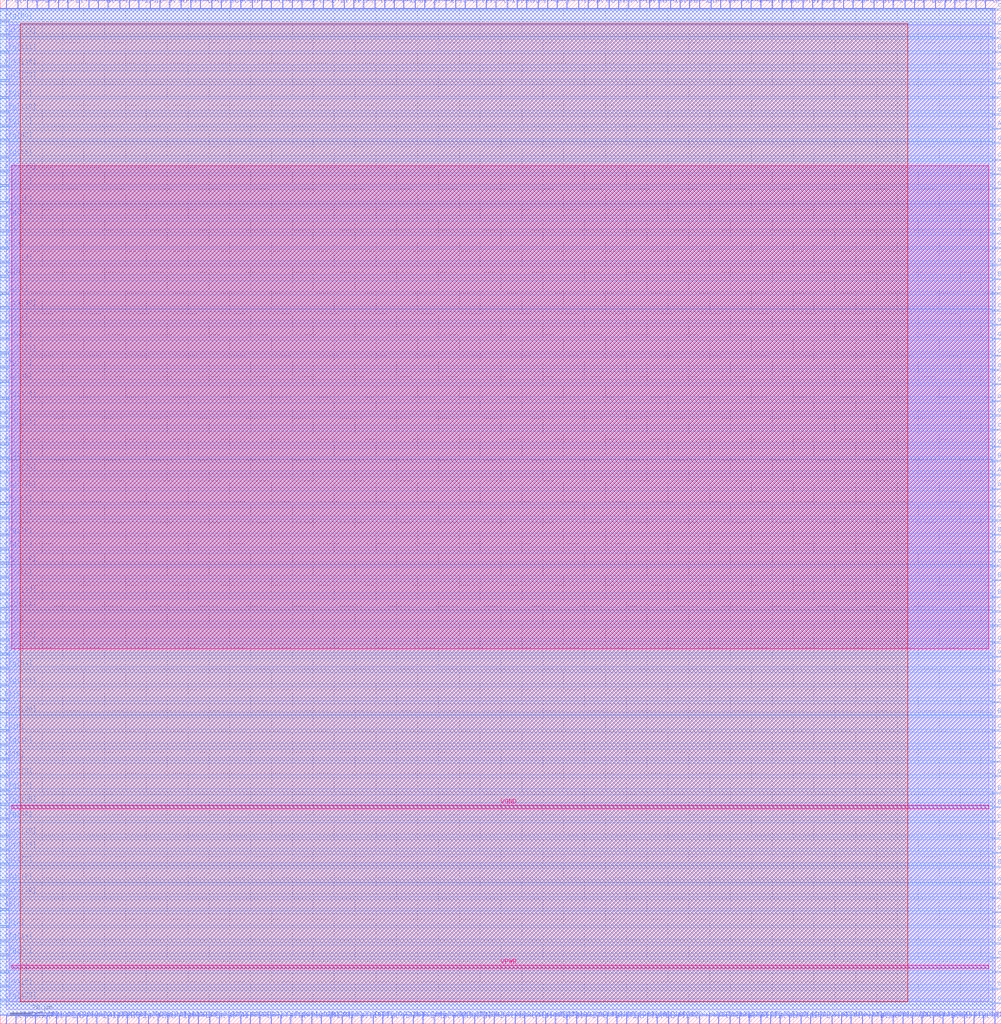
<source format=lef>
VERSION 5.7 ;
  NOWIREEXTENSIONATPIN ON ;
  DIVIDERCHAR "/" ;
  BUSBITCHARS "[]" ;
MACRO mac_cluster
  CLASS BLOCK ;
  FOREIGN mac_cluster ;
  ORIGIN 0.000 0.000 ;
  SIZE 479.755 BY 490.475 ;
  PIN A0[0]
    DIRECTION INPUT ;
    PORT
      LAYER met2 ;
        RECT 242.050 0.000 242.330 4.000 ;
    END
  END A0[0]
  PIN A0[1]
    DIRECTION INPUT ;
    PORT
      LAYER met2 ;
        RECT 179.490 486.475 179.770 490.475 ;
    END
  END A0[1]
  PIN A0[2]
    DIRECTION INPUT ;
    PORT
      LAYER met2 ;
        RECT 364.410 0.000 364.690 4.000 ;
    END
  END A0[2]
  PIN A0[3]
    DIRECTION INPUT ;
    PORT
      LAYER met3 ;
        RECT 475.755 262.520 479.755 263.120 ;
    END
  END A0[3]
  PIN A0[4]
    DIRECTION INPUT ;
    PORT
      LAYER met2 ;
        RECT 461.930 0.000 462.210 4.000 ;
    END
  END A0[4]
  PIN A0[5]
    DIRECTION INPUT ;
    PORT
      LAYER met2 ;
        RECT 403.970 486.475 404.250 490.475 ;
    END
  END A0[5]
  PIN A0[6]
    DIRECTION INPUT ;
    PORT
      LAYER met2 ;
        RECT 193.290 486.475 193.570 490.475 ;
    END
  END A0[6]
  PIN A0[7]
    DIRECTION INPUT ;
    PORT
      LAYER met2 ;
        RECT 178.570 0.000 178.850 4.000 ;
    END
  END A0[7]
  PIN A1[0]
    DIRECTION INPUT ;
    PORT
      LAYER met2 ;
        RECT 169.370 486.475 169.650 490.475 ;
    END
  END A1[0]
  PIN A1[1]
    DIRECTION INPUT ;
    PORT
      LAYER met3 ;
        RECT 475.755 450.200 479.755 450.800 ;
    END
  END A1[1]
  PIN A1[2]
    DIRECTION INPUT ;
    PORT
      LAYER met2 ;
        RECT 252.170 486.475 252.450 490.475 ;
    END
  END A1[2]
  PIN A1[3]
    DIRECTION INPUT ;
    PORT
      LAYER met2 ;
        RECT 277.010 486.475 277.290 490.475 ;
    END
  END A1[3]
  PIN A1[4]
    DIRECTION INPUT ;
    PORT
      LAYER met2 ;
        RECT 60.810 0.000 61.090 4.000 ;
    END
  END A1[4]
  PIN A1[5]
    DIRECTION INPUT ;
    PORT
      LAYER met2 ;
        RECT 17.570 486.475 17.850 490.475 ;
    END
  END A1[5]
  PIN A1[6]
    DIRECTION INPUT ;
    PORT
      LAYER met2 ;
        RECT 163.850 0.000 164.130 4.000 ;
    END
  END A1[6]
  PIN A1[7]
    DIRECTION INPUT ;
    PORT
      LAYER met2 ;
        RECT 262.290 486.475 262.570 490.475 ;
    END
  END A1[7]
  PIN A2[0]
    DIRECTION INPUT ;
    PORT
      LAYER met2 ;
        RECT 433.410 486.475 433.690 490.475 ;
    END
  END A2[0]
  PIN A2[1]
    DIRECTION INPUT ;
    PORT
      LAYER met2 ;
        RECT 231.930 0.000 232.210 4.000 ;
    END
  END A2[1]
  PIN A2[2]
    DIRECTION INPUT ;
    PORT
      LAYER met2 ;
        RECT 94.850 0.000 95.130 4.000 ;
    END
  END A2[2]
  PIN A2[3]
    DIRECTION INPUT ;
    PORT
      LAYER met2 ;
        RECT 124.290 0.000 124.570 4.000 ;
    END
  END A2[3]
  PIN A2[4]
    DIRECTION INPUT ;
    PORT
      LAYER met3 ;
        RECT 0.000 379.480 4.000 380.080 ;
    END
  END A2[4]
  PIN A2[5]
    DIRECTION INPUT ;
    PORT
      LAYER met2 ;
        RECT 193.290 0.000 193.570 4.000 ;
    END
  END A2[5]
  PIN A2[6]
    DIRECTION INPUT ;
    PORT
      LAYER met3 ;
        RECT 0.000 140.120 4.000 140.720 ;
    END
  END A2[6]
  PIN A2[7]
    DIRECTION INPUT ;
    PORT
      LAYER met3 ;
        RECT 475.755 428.440 479.755 429.040 ;
    END
  END A2[7]
  PIN A3[0]
    DIRECTION INPUT ;
    PORT
      LAYER met2 ;
        RECT 228.250 486.475 228.530 490.475 ;
    END
  END A3[0]
  PIN A3[1]
    DIRECTION INPUT ;
    PORT
      LAYER met3 ;
        RECT 0.000 54.440 4.000 55.040 ;
    END
  END A3[1]
  PIN A3[2]
    DIRECTION INPUT ;
    PORT
      LAYER met2 ;
        RECT 448.130 486.475 448.410 490.475 ;
    END
  END A3[2]
  PIN A3[3]
    DIRECTION INPUT ;
    PORT
      LAYER met2 ;
        RECT 198.810 486.475 199.090 490.475 ;
    END
  END A3[3]
  PIN A3[4]
    DIRECTION INPUT ;
    PORT
      LAYER met2 ;
        RECT 403.050 0.000 403.330 4.000 ;
    END
  END A3[4]
  PIN A3[5]
    DIRECTION INPUT ;
    PORT
      LAYER met3 ;
        RECT 0.000 357.720 4.000 358.320 ;
    END
  END A3[5]
  PIN A3[6]
    DIRECTION INPUT ;
    PORT
      LAYER met3 ;
        RECT 0.000 126.520 4.000 127.120 ;
    END
  END A3[6]
  PIN A3[7]
    DIRECTION INPUT ;
    PORT
      LAYER met2 ;
        RECT 66.330 486.475 66.610 490.475 ;
    END
  END A3[7]
  PIN B0[0]
    DIRECTION INPUT ;
    PORT
      LAYER met2 ;
        RECT 324.850 0.000 325.130 4.000 ;
    END
  END B0[0]
  PIN B0[1]
    DIRECTION INPUT ;
    PORT
      LAYER met2 ;
        RECT 129.810 0.000 130.090 4.000 ;
    END
  END B0[1]
  PIN B0[2]
    DIRECTION INPUT ;
    PORT
      LAYER met3 ;
        RECT 0.000 191.800 4.000 192.400 ;
    END
  END B0[2]
  PIN B0[3]
    DIRECTION INPUT ;
    PORT
      LAYER met3 ;
        RECT 0.000 371.320 4.000 371.920 ;
    END
  END B0[3]
  PIN B0[4]
    DIRECTION INPUT ;
    PORT
      LAYER met3 ;
        RECT 475.755 212.200 479.755 212.800 ;
    END
  END B0[4]
  PIN B0[5]
    DIRECTION INPUT ;
    PORT
      LAYER met2 ;
        RECT 218.130 486.475 218.410 490.475 ;
    END
  END B0[5]
  PIN B0[6]
    DIRECTION INPUT ;
    PORT
      LAYER met2 ;
        RECT 71.850 486.475 72.130 490.475 ;
    END
  END B0[6]
  PIN B0[7]
    DIRECTION INPUT ;
    PORT
      LAYER met3 ;
        RECT 0.000 277.480 4.000 278.080 ;
    END
  END B0[7]
  PIN B1[0]
    DIRECTION INPUT ;
    PORT
      LAYER met2 ;
        RECT 139.930 486.475 140.210 490.475 ;
    END
  END B1[0]
  PIN B1[1]
    DIRECTION INPUT ;
    PORT
      LAYER met3 ;
        RECT 475.755 356.360 479.755 356.960 ;
    END
  END B1[1]
  PIN B1[2]
    DIRECTION INPUT ;
    PORT
      LAYER met3 ;
        RECT 475.755 146.920 479.755 147.520 ;
    END
  END B1[2]
  PIN B1[3]
    DIRECTION INPUT ;
    PORT
      LAYER met2 ;
        RECT 158.330 0.000 158.610 4.000 ;
    END
  END B1[3]
  PIN B1[4]
    DIRECTION INPUT ;
    PORT
      LAYER met2 ;
        RECT 359.810 486.475 360.090 490.475 ;
    END
  END B1[4]
  PIN B1[5]
    DIRECTION INPUT ;
    PORT
      LAYER met3 ;
        RECT 0.000 155.080 4.000 155.680 ;
    END
  END B1[5]
  PIN B1[6]
    DIRECTION INPUT ;
    PORT
      LAYER met2 ;
        RECT 150.050 486.475 150.330 490.475 ;
    END
  END B1[6]
  PIN B1[7]
    DIRECTION INPUT ;
    PORT
      LAYER met3 ;
        RECT 475.755 233.960 479.755 234.560 ;
    END
  END B1[7]
  PIN B2[0]
    DIRECTION INPUT ;
    PORT
      LAYER met2 ;
        RECT 119.690 0.000 119.970 4.000 ;
    END
  END B2[0]
  PIN B2[1]
    DIRECTION INPUT ;
    PORT
      LAYER met2 ;
        RECT 388.330 0.000 388.610 4.000 ;
    END
  END B2[1]
  PIN B2[2]
    DIRECTION INPUT ;
    PORT
      LAYER met3 ;
        RECT 0.000 292.440 4.000 293.040 ;
    END
  END B2[2]
  PIN B2[3]
    DIRECTION INPUT ;
    PORT
      LAYER met3 ;
        RECT 475.755 110.200 479.755 110.800 ;
    END
  END B2[3]
  PIN B2[4]
    DIRECTION INPUT ;
    PORT
      LAYER met2 ;
        RECT 154.650 486.475 154.930 490.475 ;
    END
  END B2[4]
  PIN B2[5]
    DIRECTION INPUT ;
    PORT
      LAYER met2 ;
        RECT 23.090 486.475 23.370 490.475 ;
    END
  END B2[5]
  PIN B2[6]
    DIRECTION INPUT ;
    PORT
      LAYER met2 ;
        RECT 202.490 0.000 202.770 4.000 ;
    END
  END B2[6]
  PIN B2[7]
    DIRECTION INPUT ;
    PORT
      LAYER met3 ;
        RECT 475.755 269.320 479.755 269.920 ;
    END
  END B2[7]
  PIN B3[0]
    DIRECTION INPUT ;
    PORT
      LAYER met3 ;
        RECT 475.755 74.840 479.755 75.440 ;
    END
  END B3[0]
  PIN B3[1]
    DIRECTION INPUT ;
    PORT
      LAYER met3 ;
        RECT 0.000 176.840 4.000 177.440 ;
    END
  END B3[1]
  PIN B3[2]
    DIRECTION INPUT ;
    PORT
      LAYER met3 ;
        RECT 0.000 46.280 4.000 46.880 ;
    END
  END B3[2]
  PIN B3[3]
    DIRECTION INPUT ;
    PORT
      LAYER met3 ;
        RECT 475.755 465.160 479.755 465.760 ;
    END
  END B3[3]
  PIN B3[4]
    DIRECTION INPUT ;
    PORT
      LAYER met3 ;
        RECT 475.755 204.040 479.755 204.640 ;
    END
  END B3[4]
  PIN B3[5]
    DIRECTION INPUT ;
    PORT
      LAYER met2 ;
        RECT 27.690 486.475 27.970 490.475 ;
    END
  END B3[5]
  PIN B3[6]
    DIRECTION INPUT ;
    PORT
      LAYER met2 ;
        RECT 476.650 0.000 476.930 4.000 ;
    END
  END B3[6]
  PIN B3[7]
    DIRECTION INPUT ;
    PORT
      LAYER met3 ;
        RECT 475.755 103.400 479.755 104.000 ;
    END
  END B3[7]
  PIN cfg[0]
    DIRECTION INPUT ;
    PORT
      LAYER met2 ;
        RECT 247.570 486.475 247.850 490.475 ;
    END
  END cfg[0]
  PIN cfg[100]
    DIRECTION INPUT ;
    PORT
      LAYER met2 ;
        RECT 134.410 0.000 134.690 4.000 ;
    END
  END cfg[100]
  PIN cfg[101]
    DIRECTION INPUT ;
    PORT
      LAYER met2 ;
        RECT 466.530 0.000 466.810 4.000 ;
    END
  END cfg[101]
  PIN cfg[102]
    DIRECTION INPUT ;
    PORT
      LAYER met2 ;
        RECT 256.770 0.000 257.050 4.000 ;
    END
  END cfg[102]
  PIN cfg[103]
    DIRECTION INPUT ;
    PORT
      LAYER met2 ;
        RECT 47.010 486.475 47.290 490.475 ;
    END
  END cfg[103]
  PIN cfg[104]
    DIRECTION INPUT ;
    PORT
      LAYER met3 ;
        RECT 0.000 299.240 4.000 299.840 ;
    END
  END cfg[104]
  PIN cfg[105]
    DIRECTION INPUT ;
    PORT
      LAYER met3 ;
        RECT 0.000 104.760 4.000 105.360 ;
    END
  END cfg[105]
  PIN cfg[106]
    DIRECTION INPUT ;
    PORT
      LAYER met3 ;
        RECT 475.755 413.480 479.755 414.080 ;
    END
  END cfg[106]
  PIN cfg[107]
    DIRECTION INPUT ;
    PORT
      LAYER met3 ;
        RECT 0.000 161.880 4.000 162.480 ;
    END
  END cfg[107]
  PIN cfg[108]
    DIRECTION INPUT ;
    PORT
      LAYER met2 ;
        RECT 417.770 0.000 418.050 4.000 ;
    END
  END cfg[108]
  PIN cfg[109]
    DIRECTION INPUT ;
    PORT
      LAYER met2 ;
        RECT 105.890 486.475 106.170 490.475 ;
    END
  END cfg[109]
  PIN cfg[10]
    DIRECTION INPUT ;
    PORT
      LAYER met2 ;
        RECT 173.050 0.000 173.330 4.000 ;
    END
  END cfg[10]
  PIN cfg[110]
    DIRECTION INPUT ;
    PORT
      LAYER met3 ;
        RECT 0.000 436.600 4.000 437.200 ;
    END
  END cfg[110]
  PIN cfg[111]
    DIRECTION INPUT ;
    PORT
      LAYER met3 ;
        RECT 0.000 465.160 4.000 465.760 ;
    END
  END cfg[111]
  PIN cfg[112]
    DIRECTION INPUT ;
    PORT
      LAYER met2 ;
        RECT 217.210 0.000 217.490 4.000 ;
    END
  END cfg[112]
  PIN cfg[113]
    DIRECTION INPUT ;
    PORT
      LAYER met3 ;
        RECT 475.755 197.240 479.755 197.840 ;
    END
  END cfg[113]
  PIN cfg[114]
    DIRECTION INPUT ;
    PORT
      LAYER met3 ;
        RECT 475.755 240.760 479.755 241.360 ;
    END
  END cfg[114]
  PIN cfg[115]
    DIRECTION INPUT ;
    PORT
      LAYER met2 ;
        RECT 86.570 486.475 86.850 490.475 ;
    END
  END cfg[115]
  PIN cfg[116]
    DIRECTION INPUT ;
    PORT
      LAYER met3 ;
        RECT 0.000 255.720 4.000 256.320 ;
    END
  END cfg[116]
  PIN cfg[117]
    DIRECTION INPUT ;
    PORT
      LAYER met2 ;
        RECT 413.170 486.475 413.450 490.475 ;
    END
  END cfg[117]
  PIN cfg[118]
    DIRECTION INPUT ;
    PORT
      LAYER met2 ;
        RECT 12.050 0.000 12.330 4.000 ;
    END
  END cfg[118]
  PIN cfg[119]
    DIRECTION INPUT ;
    PORT
      LAYER met2 ;
        RECT 85.650 0.000 85.930 4.000 ;
    END
  END cfg[119]
  PIN cfg[11]
    DIRECTION INPUT ;
    PORT
      LAYER met3 ;
        RECT 0.000 314.200 4.000 314.800 ;
    END
  END cfg[11]
  PIN cfg[120]
    DIRECTION INPUT ;
    PORT
      LAYER met2 ;
        RECT 115.090 486.475 115.370 490.475 ;
    END
  END cfg[120]
  PIN cfg[121]
    DIRECTION INPUT ;
    PORT
      LAYER met3 ;
        RECT 475.755 24.520 479.755 25.120 ;
    END
  END cfg[121]
  PIN cfg[122]
    DIRECTION INPUT ;
    PORT
      LAYER met2 ;
        RECT 100.370 0.000 100.650 4.000 ;
    END
  END cfg[122]
  PIN cfg[123]
    DIRECTION INPUT ;
    PORT
      LAYER met2 ;
        RECT 208.010 0.000 208.290 4.000 ;
    END
  END cfg[123]
  PIN cfg[124]
    DIRECTION INPUT ;
    PORT
      LAYER met3 ;
        RECT 475.755 349.560 479.755 350.160 ;
    END
  END cfg[124]
  PIN cfg[125]
    DIRECTION INPUT ;
    PORT
      LAYER met2 ;
        RECT 32.290 486.475 32.570 490.475 ;
    END
  END cfg[125]
  PIN cfg[126]
    DIRECTION INPUT ;
    PORT
      LAYER met3 ;
        RECT 475.755 247.560 479.755 248.160 ;
    END
  END cfg[126]
  PIN cfg[127]
    DIRECTION INPUT ;
    PORT
      LAYER met2 ;
        RECT 168.450 0.000 168.730 4.000 ;
    END
  END cfg[127]
  PIN cfg[128]
    DIRECTION INPUT ;
    PORT
      LAYER met3 ;
        RECT 0.000 10.920 4.000 11.520 ;
    END
  END cfg[128]
  PIN cfg[129]
    DIRECTION INPUT ;
    PORT
      LAYER met2 ;
        RECT 187.770 0.000 188.050 4.000 ;
    END
  END cfg[129]
  PIN cfg[12]
    DIRECTION INPUT ;
    PORT
      LAYER met3 ;
        RECT 0.000 68.040 4.000 68.640 ;
    END
  END cfg[12]
  PIN cfg[130]
    DIRECTION INPUT ;
    PORT
      LAYER met3 ;
        RECT 0.000 220.360 4.000 220.960 ;
    END
  END cfg[130]
  PIN cfg[131]
    DIRECTION INPUT ;
    PORT
      LAYER met2 ;
        RECT 334.970 486.475 335.250 490.475 ;
    END
  END cfg[131]
  PIN cfg[13]
    DIRECTION INPUT ;
    PORT
      LAYER met2 ;
        RECT 311.050 486.475 311.330 490.475 ;
    END
  END cfg[13]
  PIN cfg[14]
    DIRECTION INPUT ;
    PORT
      LAYER met3 ;
        RECT 0.000 39.480 4.000 40.080 ;
    END
  END cfg[14]
  PIN cfg[15]
    DIRECTION INPUT ;
    PORT
      LAYER met3 ;
        RECT 0.000 429.800 4.000 430.400 ;
    END
  END cfg[15]
  PIN cfg[16]
    DIRECTION INPUT ;
    PORT
      LAYER met3 ;
        RECT 0.000 133.320 4.000 133.920 ;
    END
  END cfg[16]
  PIN cfg[17]
    DIRECTION INPUT ;
    PORT
      LAYER met2 ;
        RECT 281.610 486.475 281.890 490.475 ;
    END
  END cfg[17]
  PIN cfg[18]
    DIRECTION INPUT ;
    PORT
      LAYER met3 ;
        RECT 475.755 341.400 479.755 342.000 ;
    END
  END cfg[18]
  PIN cfg[19]
    DIRECTION INPUT ;
    PORT
      LAYER met3 ;
        RECT 0.000 233.960 4.000 234.560 ;
    END
  END cfg[19]
  PIN cfg[1]
    DIRECTION INPUT ;
    PORT
      LAYER met3 ;
        RECT 0.000 349.560 4.000 350.160 ;
    END
  END cfg[1]
  PIN cfg[20]
    DIRECTION INPUT ;
    PORT
      LAYER met2 ;
        RECT 203.410 486.475 203.690 490.475 ;
    END
  END cfg[20]
  PIN cfg[21]
    DIRECTION INPUT ;
    PORT
      LAYER met3 ;
        RECT 475.755 88.440 479.755 89.040 ;
    END
  END cfg[21]
  PIN cfg[22]
    DIRECTION INPUT ;
    PORT
      LAYER met3 ;
        RECT 475.755 168.680 479.755 169.280 ;
    END
  END cfg[22]
  PIN cfg[23]
    DIRECTION INPUT ;
    PORT
      LAYER met2 ;
        RECT 221.810 0.000 222.090 4.000 ;
    END
  END cfg[23]
  PIN cfg[24]
    DIRECTION INPUT ;
    PORT
      LAYER met3 ;
        RECT 475.755 16.360 479.755 16.960 ;
    END
  END cfg[24]
  PIN cfg[25]
    DIRECTION INPUT ;
    PORT
      LAYER met2 ;
        RECT 471.130 0.000 471.410 4.000 ;
    END
  END cfg[25]
  PIN cfg[26]
    DIRECTION INPUT ;
    PORT
      LAYER met2 ;
        RECT 422.370 0.000 422.650 4.000 ;
    END
  END cfg[26]
  PIN cfg[27]
    DIRECTION INPUT ;
    PORT
      LAYER met2 ;
        RECT 325.770 486.475 326.050 490.475 ;
    END
  END cfg[27]
  PIN cfg[28]
    DIRECTION INPUT ;
    PORT
      LAYER met2 ;
        RECT 418.690 486.475 418.970 490.475 ;
    END
  END cfg[28]
  PIN cfg[29]
    DIRECTION INPUT ;
    PORT
      LAYER met2 ;
        RECT 7.450 0.000 7.730 4.000 ;
    END
  END cfg[29]
  PIN cfg[2]
    DIRECTION INPUT ;
    PORT
      LAYER met3 ;
        RECT 0.000 24.520 4.000 25.120 ;
    END
  END cfg[2]
  PIN cfg[30]
    DIRECTION INPUT ;
    PORT
      LAYER met2 ;
        RECT 373.610 0.000 373.890 4.000 ;
    END
  END cfg[30]
  PIN cfg[31]
    DIRECTION INPUT ;
    PORT
      LAYER met3 ;
        RECT 475.755 306.040 479.755 306.640 ;
    END
  END cfg[31]
  PIN cfg[32]
    DIRECTION INPUT ;
    PORT
      LAYER met2 ;
        RECT 452.730 486.475 453.010 490.475 ;
    END
  END cfg[32]
  PIN cfg[33]
    DIRECTION INPUT ;
    PORT
      LAYER met2 ;
        RECT 242.970 486.475 243.250 490.475 ;
    END
  END cfg[33]
  PIN cfg[34]
    DIRECTION INPUT ;
    PORT
      LAYER met3 ;
        RECT 0.000 97.960 4.000 98.560 ;
    END
  END cfg[34]
  PIN cfg[35]
    DIRECTION INPUT ;
    PORT
      LAYER met2 ;
        RECT 354.290 0.000 354.570 4.000 ;
    END
  END cfg[35]
  PIN cfg[36]
    DIRECTION INPUT ;
    PORT
      LAYER met2 ;
        RECT 314.730 0.000 315.010 4.000 ;
    END
  END cfg[36]
  PIN cfg[37]
    DIRECTION INPUT ;
    PORT
      LAYER met2 ;
        RECT 16.650 0.000 16.930 4.000 ;
    END
  END cfg[37]
  PIN cfg[38]
    DIRECTION INPUT ;
    PORT
      LAYER met3 ;
        RECT 475.755 53.080 479.755 53.680 ;
    END
  END cfg[38]
  PIN cfg[39]
    DIRECTION INPUT ;
    PORT
      LAYER met3 ;
        RECT 475.755 371.320 479.755 371.920 ;
    END
  END cfg[39]
  PIN cfg[3]
    DIRECTION INPUT ;
    PORT
      LAYER met3 ;
        RECT 475.755 443.400 479.755 444.000 ;
    END
  END cfg[3]
  PIN cfg[40]
    DIRECTION INPUT ;
    PORT
      LAYER met2 ;
        RECT 456.410 0.000 456.690 4.000 ;
    END
  END cfg[40]
  PIN cfg[41]
    DIRECTION INPUT ;
    PORT
      LAYER met2 ;
        RECT 81.050 486.475 81.330 490.475 ;
    END
  END cfg[41]
  PIN cfg[42]
    DIRECTION INPUT ;
    PORT
      LAYER met2 ;
        RECT 139.010 0.000 139.290 4.000 ;
    END
  END cfg[42]
  PIN cfg[43]
    DIRECTION INPUT ;
    PORT
      LAYER met2 ;
        RECT 290.810 0.000 291.090 4.000 ;
    END
  END cfg[43]
  PIN cfg[44]
    DIRECTION INPUT ;
    PORT
      LAYER met3 ;
        RECT 475.755 125.160 479.755 125.760 ;
    END
  END cfg[44]
  PIN cfg[45]
    DIRECTION INPUT ;
    PORT
      LAYER met2 ;
        RECT 56.210 0.000 56.490 4.000 ;
    END
  END cfg[45]
  PIN cfg[46]
    DIRECTION INPUT ;
    PORT
      LAYER met3 ;
        RECT 475.755 391.720 479.755 392.320 ;
    END
  END cfg[46]
  PIN cfg[47]
    DIRECTION INPUT ;
    PORT
      LAYER met2 ;
        RECT 384.650 486.475 384.930 490.475 ;
    END
  END cfg[47]
  PIN cfg[48]
    DIRECTION INPUT ;
    PORT
      LAYER met3 ;
        RECT 0.000 307.400 4.000 308.000 ;
    END
  END cfg[48]
  PIN cfg[49]
    DIRECTION INPUT ;
    PORT
      LAYER met2 ;
        RECT 76.450 486.475 76.730 490.475 ;
    END
  END cfg[49]
  PIN cfg[4]
    DIRECTION INPUT ;
    PORT
      LAYER met2 ;
        RECT 164.770 486.475 165.050 490.475 ;
    END
  END cfg[4]
  PIN cfg[50]
    DIRECTION INPUT ;
    PORT
      LAYER met3 ;
        RECT 0.000 480.120 4.000 480.720 ;
    END
  END cfg[50]
  PIN cfg[51]
    DIRECTION INPUT ;
    PORT
      LAYER met2 ;
        RECT 442.610 486.475 442.890 490.475 ;
    END
  END cfg[51]
  PIN cfg[52]
    DIRECTION INPUT ;
    PORT
      LAYER met3 ;
        RECT 0.000 386.280 4.000 386.880 ;
    END
  END cfg[52]
  PIN cfg[53]
    DIRECTION INPUT ;
    PORT
      LAYER met2 ;
        RECT 369.010 0.000 369.290 4.000 ;
    END
  END cfg[53]
  PIN cfg[54]
    DIRECTION INPUT ;
    PORT
      LAYER met3 ;
        RECT 0.000 170.040 4.000 170.640 ;
    END
  END cfg[54]
  PIN cfg[55]
    DIRECTION INPUT ;
    PORT
      LAYER met2 ;
        RECT 227.330 0.000 227.610 4.000 ;
    END
  END cfg[55]
  PIN cfg[56]
    DIRECTION INPUT ;
    PORT
      LAYER met2 ;
        RECT 212.610 0.000 212.890 4.000 ;
    END
  END cfg[56]
  PIN cfg[57]
    DIRECTION INPUT ;
    PORT
      LAYER met2 ;
        RECT 383.730 0.000 384.010 4.000 ;
    END
  END cfg[57]
  PIN cfg[58]
    DIRECTION INPUT ;
    PORT
      LAYER met2 ;
        RECT 369.930 486.475 370.210 490.475 ;
    END
  END cfg[58]
  PIN cfg[59]
    DIRECTION INPUT ;
    PORT
      LAYER met2 ;
        RECT 66.330 0.000 66.610 4.000 ;
    END
  END cfg[59]
  PIN cfg[5]
    DIRECTION INPUT ;
    PORT
      LAYER met2 ;
        RECT 374.530 486.475 374.810 490.475 ;
    END
  END cfg[5]
  PIN cfg[60]
    DIRECTION INPUT ;
    PORT
      LAYER met3 ;
        RECT 475.755 471.960 479.755 472.560 ;
    END
  END cfg[60]
  PIN cfg[61]
    DIRECTION INPUT ;
    PORT
      LAYER met3 ;
        RECT 475.755 284.280 479.755 284.880 ;
    END
  END cfg[61]
  PIN cfg[62]
    DIRECTION INPUT ;
    PORT
      LAYER met2 ;
        RECT 286.210 486.475 286.490 490.475 ;
    END
  END cfg[62]
  PIN cfg[63]
    DIRECTION INPUT ;
    PORT
      LAYER met3 ;
        RECT 475.755 140.120 479.755 140.720 ;
    END
  END cfg[63]
  PIN cfg[64]
    DIRECTION INPUT ;
    PORT
      LAYER met2 ;
        RECT 75.530 0.000 75.810 4.000 ;
    END
  END cfg[64]
  PIN cfg[65]
    DIRECTION INPUT ;
    PORT
      LAYER met3 ;
        RECT 0.000 248.920 4.000 249.520 ;
    END
  END cfg[65]
  PIN cfg[66]
    DIRECTION INPUT ;
    PORT
      LAYER met2 ;
        RECT 101.290 486.475 101.570 490.475 ;
    END
  END cfg[66]
  PIN cfg[67]
    DIRECTION INPUT ;
    PORT
      LAYER met2 ;
        RECT 2.850 486.475 3.130 490.475 ;
    END
  END cfg[67]
  PIN cfg[68]
    DIRECTION INPUT ;
    PORT
      LAYER met2 ;
        RECT 451.810 0.000 452.090 4.000 ;
    END
  END cfg[68]
  PIN cfg[69]
    DIRECTION INPUT ;
    PORT
      LAYER met2 ;
        RECT 310.130 0.000 310.410 4.000 ;
    END
  END cfg[69]
  PIN cfg[6]
    DIRECTION INPUT ;
    PORT
      LAYER met2 ;
        RECT 291.730 486.475 292.010 490.475 ;
    END
  END cfg[6]
  PIN cfg[70]
    DIRECTION INPUT ;
    PORT
      LAYER met2 ;
        RECT 22.170 0.000 22.450 4.000 ;
    END
  END cfg[70]
  PIN cfg[71]
    DIRECTION INPUT ;
    PORT
      LAYER met3 ;
        RECT 475.755 153.720 479.755 154.320 ;
    END
  END cfg[71]
  PIN cfg[72]
    DIRECTION INPUT ;
    PORT
      LAYER met2 ;
        RECT 265.970 0.000 266.250 4.000 ;
    END
  END cfg[72]
  PIN cfg[73]
    DIRECTION INPUT ;
    PORT
      LAYER met3 ;
        RECT 0.000 227.160 4.000 227.760 ;
    END
  END cfg[73]
  PIN cfg[74]
    DIRECTION INPUT ;
    PORT
      LAYER met2 ;
        RECT 159.250 486.475 159.530 490.475 ;
    END
  END cfg[74]
  PIN cfg[75]
    DIRECTION INPUT ;
    PORT
      LAYER met2 ;
        RECT 300.010 0.000 300.290 4.000 ;
    END
  END cfg[75]
  PIN cfg[76]
    DIRECTION INPUT ;
    PORT
      LAYER met3 ;
        RECT 0.000 401.240 4.000 401.840 ;
    END
  END cfg[76]
  PIN cfg[77]
    DIRECTION INPUT ;
    PORT
      LAYER met2 ;
        RECT 183.170 0.000 183.450 4.000 ;
    END
  END cfg[77]
  PIN cfg[78]
    DIRECTION INPUT ;
    PORT
      LAYER met3 ;
        RECT 475.755 31.320 479.755 31.920 ;
    END
  END cfg[78]
  PIN cfg[79]
    DIRECTION INPUT ;
    PORT
      LAYER met2 ;
        RECT 389.250 486.475 389.530 490.475 ;
    END
  END cfg[79]
  PIN cfg[7]
    DIRECTION INPUT ;
    PORT
      LAYER met3 ;
        RECT 0.000 335.960 4.000 336.560 ;
    END
  END cfg[7]
  PIN cfg[80]
    DIRECTION INPUT ;
    PORT
      LAYER met3 ;
        RECT 0.000 443.400 4.000 444.000 ;
    END
  END cfg[80]
  PIN cfg[81]
    DIRECTION INPUT ;
    PORT
      LAYER met2 ;
        RECT 70.930 0.000 71.210 4.000 ;
    END
  END cfg[81]
  PIN cfg[82]
    DIRECTION INPUT ;
    PORT
      LAYER met2 ;
        RECT 31.370 0.000 31.650 4.000 ;
    END
  END cfg[82]
  PIN cfg[83]
    DIRECTION INPUT ;
    PORT
      LAYER met3 ;
        RECT 0.000 414.840 4.000 415.440 ;
    END
  END cfg[83]
  PIN cfg[84]
    DIRECTION INPUT ;
    PORT
      LAYER met3 ;
        RECT 475.755 485.560 479.755 486.160 ;
    END
  END cfg[84]
  PIN cfg[85]
    DIRECTION INPUT ;
    PORT
      LAYER met2 ;
        RECT 345.090 486.475 345.370 490.475 ;
    END
  END cfg[85]
  PIN cfg[86]
    DIRECTION INPUT ;
    PORT
      LAYER met2 ;
        RECT 306.450 486.475 306.730 490.475 ;
    END
  END cfg[86]
  PIN cfg[87]
    DIRECTION INPUT ;
    PORT
      LAYER met3 ;
        RECT 475.755 190.440 479.755 191.040 ;
    END
  END cfg[87]
  PIN cfg[88]
    DIRECTION INPUT ;
    PORT
      LAYER met2 ;
        RECT 321.170 486.475 321.450 490.475 ;
    END
  END cfg[88]
  PIN cfg[89]
    DIRECTION INPUT ;
    PORT
      LAYER met2 ;
        RECT 271.490 0.000 271.770 4.000 ;
    END
  END cfg[89]
  PIN cfg[8]
    DIRECTION INPUT ;
    PORT
      LAYER met3 ;
        RECT 475.755 319.640 479.755 320.240 ;
    END
  END cfg[8]
  PIN cfg[90]
    DIRECTION INPUT ;
    PORT
      LAYER met3 ;
        RECT 0.000 32.680 4.000 33.280 ;
    END
  END cfg[90]
  PIN cfg[91]
    DIRECTION INPUT ;
    PORT
      LAYER met2 ;
        RECT 2.850 0.000 3.130 4.000 ;
    END
  END cfg[91]
  PIN cfg[92]
    DIRECTION INPUT ;
    PORT
      LAYER met3 ;
        RECT 0.000 423.000 4.000 423.600 ;
    END
  END cfg[92]
  PIN cfg[93]
    DIRECTION INPUT ;
    PORT
      LAYER met2 ;
        RECT 104.970 0.000 105.250 4.000 ;
    END
  END cfg[93]
  PIN cfg[94]
    DIRECTION INPUT ;
    PORT
      LAYER met2 ;
        RECT 51.610 0.000 51.890 4.000 ;
    END
  END cfg[94]
  PIN cfg[95]
    DIRECTION INPUT ;
    PORT
      LAYER met2 ;
        RECT 110.490 486.475 110.770 490.475 ;
    END
  END cfg[95]
  PIN cfg[96]
    DIRECTION INPUT ;
    PORT
      LAYER met3 ;
        RECT 475.755 96.600 479.755 97.200 ;
    END
  END cfg[96]
  PIN cfg[97]
    DIRECTION INPUT ;
    PORT
      LAYER met3 ;
        RECT 0.000 111.560 4.000 112.160 ;
    END
  END cfg[97]
  PIN cfg[98]
    DIRECTION INPUT ;
    PORT
      LAYER met3 ;
        RECT 0.000 270.680 4.000 271.280 ;
    END
  END cfg[98]
  PIN cfg[99]
    DIRECTION INPUT ;
    PORT
      LAYER met3 ;
        RECT 0.000 242.120 4.000 242.720 ;
    END
  END cfg[99]
  PIN cfg[9]
    DIRECTION INPUT ;
    PORT
      LAYER met3 ;
        RECT 475.755 399.880 479.755 400.480 ;
    END
  END cfg[9]
  PIN clk
    DIRECTION INPUT ;
    PORT
      LAYER met2 ;
        RECT 457.330 486.475 457.610 490.475 ;
    END
  END clk
  PIN cset
    DIRECTION INPUT ;
    PORT
      LAYER met3 ;
        RECT 475.755 219.000 479.755 219.600 ;
    END
  END cset
  PIN en
    DIRECTION INPUT ;
    PORT
      LAYER met2 ;
        RECT 266.890 486.475 267.170 490.475 ;
    END
  END en
  PIN out0[0]
    DIRECTION OUTPUT TRISTATE ;
    PORT
      LAYER met2 ;
        RECT 36.890 0.000 37.170 4.000 ;
    END
  END out0[0]
  PIN out0[10]
    DIRECTION OUTPUT TRISTATE ;
    PORT
      LAYER met2 ;
        RECT 399.370 486.475 399.650 490.475 ;
    END
  END out0[10]
  PIN out0[11]
    DIRECTION OUTPUT TRISTATE ;
    PORT
      LAYER met3 ;
        RECT 475.755 255.720 479.755 256.320 ;
    END
  END out0[11]
  PIN out0[12]
    DIRECTION OUTPUT TRISTATE ;
    PORT
      LAYER met3 ;
        RECT 475.755 406.680 479.755 407.280 ;
    END
  END out0[12]
  PIN out0[13]
    DIRECTION OUTPUT TRISTATE ;
    PORT
      LAYER met3 ;
        RECT 475.755 291.080 479.755 291.680 ;
    END
  END out0[13]
  PIN out0[14]
    DIRECTION OUTPUT TRISTATE ;
    PORT
      LAYER met3 ;
        RECT 475.755 118.360 479.755 118.960 ;
    END
  END out0[14]
  PIN out0[15]
    DIRECTION OUTPUT TRISTATE ;
    PORT
      LAYER met2 ;
        RECT 173.970 486.475 174.250 490.475 ;
    END
  END out0[15]
  PIN out0[16]
    DIRECTION OUTPUT TRISTATE ;
    PORT
      LAYER met2 ;
        RECT 135.330 486.475 135.610 490.475 ;
    END
  END out0[16]
  PIN out0[17]
    DIRECTION OUTPUT TRISTATE ;
    PORT
      LAYER met2 ;
        RECT 120.610 486.475 120.890 490.475 ;
    END
  END out0[17]
  PIN out0[18]
    DIRECTION OUTPUT TRISTATE ;
    PORT
      LAYER met3 ;
        RECT 0.000 205.400 4.000 206.000 ;
    END
  END out0[18]
  PIN out0[19]
    DIRECTION OUTPUT TRISTATE ;
    PORT
      LAYER met2 ;
        RECT 398.450 0.000 398.730 4.000 ;
    END
  END out0[19]
  PIN out0[1]
    DIRECTION OUTPUT TRISTATE ;
    PORT
      LAYER met3 ;
        RECT 475.755 327.800 479.755 328.400 ;
    END
  END out0[1]
  PIN out0[20]
    DIRECTION OUTPUT TRISTATE ;
    PORT
      LAYER met3 ;
        RECT 0.000 183.640 4.000 184.240 ;
    END
  END out0[20]
  PIN out0[21]
    DIRECTION OUTPUT TRISTATE ;
    PORT
      LAYER met2 ;
        RECT 320.250 0.000 320.530 4.000 ;
    END
  END out0[21]
  PIN out0[22]
    DIRECTION OUTPUT TRISTATE ;
    PORT
      LAYER met2 ;
        RECT 407.650 0.000 407.930 4.000 ;
    END
  END out0[22]
  PIN out0[23]
    DIRECTION OUTPUT TRISTATE ;
    PORT
      LAYER met2 ;
        RECT 334.970 0.000 335.250 4.000 ;
    END
  END out0[23]
  PIN out0[24]
    DIRECTION OUTPUT TRISTATE ;
    PORT
      LAYER met2 ;
        RECT 213.530 486.475 213.810 490.475 ;
    END
  END out0[24]
  PIN out0[25]
    DIRECTION OUTPUT TRISTATE ;
    PORT
      LAYER met2 ;
        RECT 364.410 486.475 364.690 490.475 ;
    END
  END out0[25]
  PIN out0[26]
    DIRECTION OUTPUT TRISTATE ;
    PORT
      LAYER met3 ;
        RECT 475.755 384.920 479.755 385.520 ;
    END
  END out0[26]
  PIN out0[27]
    DIRECTION OUTPUT TRISTATE ;
    PORT
      LAYER met3 ;
        RECT 475.755 435.240 479.755 435.840 ;
    END
  END out0[27]
  PIN out0[28]
    DIRECTION OUTPUT TRISTATE ;
    PORT
      LAYER met2 ;
        RECT 51.610 486.475 51.890 490.475 ;
    END
  END out0[28]
  PIN out0[29]
    DIRECTION OUTPUT TRISTATE ;
    PORT
      LAYER met3 ;
        RECT 475.755 312.840 479.755 313.440 ;
    END
  END out0[29]
  PIN out0[2]
    DIRECTION OUTPUT TRISTATE ;
    PORT
      LAYER met2 ;
        RECT 438.010 486.475 438.290 490.475 ;
    END
  END out0[2]
  PIN out0[30]
    DIRECTION OUTPUT TRISTATE ;
    PORT
      LAYER met3 ;
        RECT 0.000 263.880 4.000 264.480 ;
    END
  END out0[30]
  PIN out0[31]
    DIRECTION OUTPUT TRISTATE ;
    PORT
      LAYER met3 ;
        RECT 0.000 198.600 4.000 199.200 ;
    END
  END out0[31]
  PIN out0[3]
    DIRECTION OUTPUT TRISTATE ;
    PORT
      LAYER met2 ;
        RECT 41.490 0.000 41.770 4.000 ;
    END
  END out0[3]
  PIN out0[4]
    DIRECTION OUTPUT TRISTATE ;
    PORT
      LAYER met3 ;
        RECT 475.755 38.120 479.755 38.720 ;
    END
  END out0[4]
  PIN out0[5]
    DIRECTION OUTPUT TRISTATE ;
    PORT
      LAYER met3 ;
        RECT 475.755 363.160 479.755 363.760 ;
    END
  END out0[5]
  PIN out0[6]
    DIRECTION OUTPUT TRISTATE ;
    PORT
      LAYER met2 ;
        RECT 330.370 486.475 330.650 490.475 ;
    END
  END out0[6]
  PIN out0[7]
    DIRECTION OUTPUT TRISTATE ;
    PORT
      LAYER met3 ;
        RECT 475.755 297.880 479.755 298.480 ;
    END
  END out0[7]
  PIN out0[8]
    DIRECTION OUTPUT TRISTATE ;
    PORT
      LAYER met3 ;
        RECT 0.000 364.520 4.000 365.120 ;
    END
  END out0[8]
  PIN out0[9]
    DIRECTION OUTPUT TRISTATE ;
    PORT
      LAYER met2 ;
        RECT 467.450 486.475 467.730 490.475 ;
    END
  END out0[9]
  PIN out1[0]
    DIRECTION OUTPUT TRISTATE ;
    PORT
      LAYER met2 ;
        RECT 315.650 486.475 315.930 490.475 ;
    END
  END out1[0]
  PIN out1[10]
    DIRECTION OUTPUT TRISTATE ;
    PORT
      LAYER met3 ;
        RECT 475.755 334.600 479.755 335.200 ;
    END
  END out1[10]
  PIN out1[11]
    DIRECTION OUTPUT TRISTATE ;
    PORT
      LAYER met3 ;
        RECT 475.755 421.640 479.755 422.240 ;
    END
  END out1[11]
  PIN out1[12]
    DIRECTION OUTPUT TRISTATE ;
    PORT
      LAYER met2 ;
        RECT 144.530 0.000 144.810 4.000 ;
    END
  END out1[12]
  PIN out1[13]
    DIRECTION OUTPUT TRISTATE ;
    PORT
      LAYER met2 ;
        RECT 344.170 0.000 344.450 4.000 ;
    END
  END out1[13]
  PIN out1[14]
    DIRECTION OUTPUT TRISTATE ;
    PORT
      LAYER met2 ;
        RECT 42.410 486.475 42.690 490.475 ;
    END
  END out1[14]
  PIN out1[15]
    DIRECTION OUTPUT TRISTATE ;
    PORT
      LAYER met2 ;
        RECT 296.330 486.475 296.610 490.475 ;
    END
  END out1[15]
  PIN out1[16]
    DIRECTION OUTPUT TRISTATE ;
    PORT
      LAYER met2 ;
        RECT 197.890 0.000 198.170 4.000 ;
    END
  END out1[16]
  PIN out1[17]
    DIRECTION OUTPUT TRISTATE ;
    PORT
      LAYER met3 ;
        RECT 475.755 182.280 479.755 182.880 ;
    END
  END out1[17]
  PIN out1[18]
    DIRECTION OUTPUT TRISTATE ;
    PORT
      LAYER met2 ;
        RECT 37.810 486.475 38.090 490.475 ;
    END
  END out1[18]
  PIN out1[19]
    DIRECTION OUTPUT TRISTATE ;
    PORT
      LAYER met2 ;
        RECT 153.730 0.000 154.010 4.000 ;
    END
  END out1[19]
  PIN out1[1]
    DIRECTION OUTPUT TRISTATE ;
    PORT
      LAYER met2 ;
        RECT 413.170 0.000 413.450 4.000 ;
    END
  END out1[1]
  PIN out1[20]
    DIRECTION OUTPUT TRISTATE ;
    PORT
      LAYER met3 ;
        RECT 475.755 457.000 479.755 457.600 ;
    END
  END out1[20]
  PIN out1[21]
    DIRECTION OUTPUT TRISTATE ;
    PORT
      LAYER met2 ;
        RECT 408.570 486.475 408.850 490.475 ;
    END
  END out1[21]
  PIN out1[22]
    DIRECTION OUTPUT TRISTATE ;
    PORT
      LAYER met2 ;
        RECT 109.570 0.000 109.850 4.000 ;
    END
  END out1[22]
  PIN out1[23]
    DIRECTION OUTPUT TRISTATE ;
    PORT
      LAYER met2 ;
        RECT 46.090 0.000 46.370 4.000 ;
    END
  END out1[23]
  PIN out1[24]
    DIRECTION OUTPUT TRISTATE ;
    PORT
      LAYER met2 ;
        RECT 125.210 486.475 125.490 490.475 ;
    END
  END out1[24]
  PIN out1[25]
    DIRECTION OUTPUT TRISTATE ;
    PORT
      LAYER met2 ;
        RECT 115.090 0.000 115.370 4.000 ;
    END
  END out1[25]
  PIN out1[26]
    DIRECTION OUTPUT TRISTATE ;
    PORT
      LAYER met2 ;
        RECT 276.090 0.000 276.370 4.000 ;
    END
  END out1[26]
  PIN out1[27]
    DIRECTION OUTPUT TRISTATE ;
    PORT
      LAYER met2 ;
        RECT 462.850 486.475 463.130 490.475 ;
    END
  END out1[27]
  PIN out1[28]
    DIRECTION OUTPUT TRISTATE ;
    PORT
      LAYER met3 ;
        RECT 475.755 161.880 479.755 162.480 ;
    END
  END out1[28]
  PIN out1[29]
    DIRECTION OUTPUT TRISTATE ;
    PORT
      LAYER met2 ;
        RECT 432.490 0.000 432.770 4.000 ;
    END
  END out1[29]
  PIN out1[2]
    DIRECTION OUTPUT TRISTATE ;
    PORT
      LAYER met3 ;
        RECT 0.000 76.200 4.000 76.800 ;
    END
  END out1[2]
  PIN out1[30]
    DIRECTION OUTPUT TRISTATE ;
    PORT
      LAYER met2 ;
        RECT 447.210 0.000 447.490 4.000 ;
    END
  END out1[30]
  PIN out1[31]
    DIRECTION OUTPUT TRISTATE ;
    PORT
      LAYER met2 ;
        RECT 12.970 486.475 13.250 490.475 ;
    END
  END out1[31]
  PIN out1[3]
    DIRECTION OUTPUT TRISTATE ;
    PORT
      LAYER met3 ;
        RECT 475.755 66.680 479.755 67.280 ;
    END
  END out1[3]
  PIN out1[4]
    DIRECTION OUTPUT TRISTATE ;
    PORT
      LAYER met2 ;
        RECT 251.250 0.000 251.530 4.000 ;
    END
  END out1[4]
  PIN out1[5]
    DIRECTION OUTPUT TRISTATE ;
    PORT
      LAYER met3 ;
        RECT 0.000 17.720 4.000 18.320 ;
    END
  END out1[5]
  PIN out1[6]
    DIRECTION OUTPUT TRISTATE ;
    PORT
      LAYER met3 ;
        RECT 0.000 213.560 4.000 214.160 ;
    END
  END out1[6]
  PIN out1[7]
    DIRECTION OUTPUT TRISTATE ;
    PORT
      LAYER met3 ;
        RECT 475.755 175.480 479.755 176.080 ;
    END
  END out1[7]
  PIN out1[8]
    DIRECTION OUTPUT TRISTATE ;
    PORT
      LAYER met2 ;
        RECT 208.010 486.475 208.290 490.475 ;
    END
  END out1[8]
  PIN out1[9]
    DIRECTION OUTPUT TRISTATE ;
    PORT
      LAYER met2 ;
        RECT 129.810 486.475 130.090 490.475 ;
    END
  END out1[9]
  PIN out2[0]
    DIRECTION OUTPUT TRISTATE ;
    PORT
      LAYER met3 ;
        RECT 0.000 327.800 4.000 328.400 ;
    END
  END out2[0]
  PIN out2[10]
    DIRECTION OUTPUT TRISTATE ;
    PORT
      LAYER met3 ;
        RECT 0.000 89.800 4.000 90.400 ;
    END
  END out2[10]
  PIN out2[11]
    DIRECTION OUTPUT TRISTATE ;
    PORT
      LAYER met2 ;
        RECT 95.770 486.475 96.050 490.475 ;
    END
  END out2[11]
  PIN out2[12]
    DIRECTION OUTPUT TRISTATE ;
    PORT
      LAYER met3 ;
        RECT 475.755 131.960 479.755 132.560 ;
    END
  END out2[12]
  PIN out2[13]
    DIRECTION OUTPUT TRISTATE ;
    PORT
      LAYER met3 ;
        RECT 0.000 83.000 4.000 83.600 ;
    END
  END out2[13]
  PIN out2[14]
    DIRECTION OUTPUT TRISTATE ;
    PORT
      LAYER met2 ;
        RECT 280.690 0.000 280.970 4.000 ;
    END
  END out2[14]
  PIN out2[15]
    DIRECTION OUTPUT TRISTATE ;
    PORT
      LAYER met2 ;
        RECT 237.450 486.475 237.730 490.475 ;
    END
  END out2[15]
  PIN out2[16]
    DIRECTION OUTPUT TRISTATE ;
    PORT
      LAYER met2 ;
        RECT 300.930 486.475 301.210 490.475 ;
    END
  END out2[16]
  PIN out2[17]
    DIRECTION OUTPUT TRISTATE ;
    PORT
      LAYER met2 ;
        RECT 427.890 0.000 428.170 4.000 ;
    END
  END out2[17]
  PIN out2[18]
    DIRECTION OUTPUT TRISTATE ;
    PORT
      LAYER met3 ;
        RECT 475.755 378.120 479.755 378.720 ;
    END
  END out2[18]
  PIN out2[19]
    DIRECTION OUTPUT TRISTATE ;
    PORT
      LAYER met2 ;
        RECT 80.130 0.000 80.410 4.000 ;
    END
  END out2[19]
  PIN out2[1]
    DIRECTION OUTPUT TRISTATE ;
    PORT
      LAYER met2 ;
        RECT 378.210 0.000 378.490 4.000 ;
    END
  END out2[1]
  PIN out2[20]
    DIRECTION OUTPUT TRISTATE ;
    PORT
      LAYER met2 ;
        RECT 144.530 486.475 144.810 490.475 ;
    END
  END out2[20]
  PIN out2[21]
    DIRECTION OUTPUT TRISTATE ;
    PORT
      LAYER met2 ;
        RECT 339.570 0.000 339.850 4.000 ;
    END
  END out2[21]
  PIN out2[22]
    DIRECTION OUTPUT TRISTATE ;
    PORT
      LAYER met3 ;
        RECT 475.755 478.760 479.755 479.360 ;
    END
  END out2[22]
  PIN out2[23]
    DIRECTION OUTPUT TRISTATE ;
    PORT
      LAYER met3 ;
        RECT 0.000 451.560 4.000 452.160 ;
    END
  END out2[23]
  PIN out2[24]
    DIRECTION OUTPUT TRISTATE ;
    PORT
      LAYER met3 ;
        RECT 475.755 225.800 479.755 226.400 ;
    END
  END out2[24]
  PIN out2[25]
    DIRECTION OUTPUT TRISTATE ;
    PORT
      LAYER met3 ;
        RECT 0.000 408.040 4.000 408.640 ;
    END
  END out2[25]
  PIN out2[26]
    DIRECTION OUTPUT TRISTATE ;
    PORT
      LAYER met3 ;
        RECT 475.755 46.280 479.755 46.880 ;
    END
  END out2[26]
  PIN out2[27]
    DIRECTION OUTPUT TRISTATE ;
    PORT
      LAYER met3 ;
        RECT 0.000 321.000 4.000 321.600 ;
    END
  END out2[27]
  PIN out2[28]
    DIRECTION OUTPUT TRISTATE ;
    PORT
      LAYER met2 ;
        RECT 427.890 486.475 428.170 490.475 ;
    END
  END out2[28]
  PIN out2[29]
    DIRECTION OUTPUT TRISTATE ;
    PORT
      LAYER met3 ;
        RECT 0.000 473.320 4.000 473.920 ;
    END
  END out2[29]
  PIN out2[2]
    DIRECTION OUTPUT TRISTATE ;
    PORT
      LAYER met2 ;
        RECT 232.850 486.475 233.130 490.475 ;
    END
  END out2[2]
  PIN out2[30]
    DIRECTION OUTPUT TRISTATE ;
    PORT
      LAYER met3 ;
        RECT 0.000 61.240 4.000 61.840 ;
    END
  END out2[30]
  PIN out2[31]
    DIRECTION OUTPUT TRISTATE ;
    PORT
      LAYER met3 ;
        RECT 0.000 285.640 4.000 286.240 ;
    END
  END out2[31]
  PIN out2[3]
    DIRECTION OUTPUT TRISTATE ;
    PORT
      LAYER met2 ;
        RECT 61.730 486.475 62.010 490.475 ;
    END
  END out2[3]
  PIN out2[4]
    DIRECTION OUTPUT TRISTATE ;
    PORT
      LAYER met2 ;
        RECT 379.130 486.475 379.410 490.475 ;
    END
  END out2[4]
  PIN out2[5]
    DIRECTION OUTPUT TRISTATE ;
    PORT
      LAYER met2 ;
        RECT 184.090 486.475 184.370 490.475 ;
    END
  END out2[5]
  PIN out2[6]
    DIRECTION OUTPUT TRISTATE ;
    PORT
      LAYER met2 ;
        RECT 149.130 0.000 149.410 4.000 ;
    END
  END out2[6]
  PIN out2[7]
    DIRECTION OUTPUT TRISTATE ;
    PORT
      LAYER met2 ;
        RECT 188.690 486.475 188.970 490.475 ;
    END
  END out2[7]
  PIN out2[8]
    DIRECTION OUTPUT TRISTATE ;
    PORT
      LAYER met3 ;
        RECT 0.000 118.360 4.000 118.960 ;
    END
  END out2[8]
  PIN out2[9]
    DIRECTION OUTPUT TRISTATE ;
    PORT
      LAYER met3 ;
        RECT 475.755 59.880 479.755 60.480 ;
    END
  END out2[9]
  PIN out3[0]
    DIRECTION OUTPUT TRISTATE ;
    PORT
      LAYER met2 ;
        RECT 236.530 0.000 236.810 4.000 ;
    END
  END out3[0]
  PIN out3[10]
    DIRECTION OUTPUT TRISTATE ;
    PORT
      LAYER met2 ;
        RECT 423.290 486.475 423.570 490.475 ;
    END
  END out3[10]
  PIN out3[11]
    DIRECTION OUTPUT TRISTATE ;
    PORT
      LAYER met2 ;
        RECT 271.490 486.475 271.770 490.475 ;
    END
  END out3[11]
  PIN out3[12]
    DIRECTION OUTPUT TRISTATE ;
    PORT
      LAYER met2 ;
        RECT 340.490 486.475 340.770 490.475 ;
    END
  END out3[12]
  PIN out3[13]
    DIRECTION OUTPUT TRISTATE ;
    PORT
      LAYER met2 ;
        RECT 441.690 0.000 441.970 4.000 ;
    END
  END out3[13]
  PIN out3[14]
    DIRECTION OUTPUT TRISTATE ;
    PORT
      LAYER met3 ;
        RECT 0.000 458.360 4.000 458.960 ;
    END
  END out3[14]
  PIN out3[15]
    DIRECTION OUTPUT TRISTATE ;
    PORT
      LAYER met3 ;
        RECT 475.755 276.120 479.755 276.720 ;
    END
  END out3[15]
  PIN out3[16]
    DIRECTION OUTPUT TRISTATE ;
    PORT
      LAYER met2 ;
        RECT 305.530 0.000 305.810 4.000 ;
    END
  END out3[16]
  PIN out3[17]
    DIRECTION OUTPUT TRISTATE ;
    PORT
      LAYER met2 ;
        RECT 349.690 0.000 349.970 4.000 ;
    END
  END out3[17]
  PIN out3[18]
    DIRECTION OUTPUT TRISTATE ;
    PORT
      LAYER met2 ;
        RECT 349.690 486.475 349.970 490.475 ;
    END
  END out3[18]
  PIN out3[19]
    DIRECTION OUTPUT TRISTATE ;
    PORT
      LAYER met2 ;
        RECT 91.170 486.475 91.450 490.475 ;
    END
  END out3[19]
  PIN out3[1]
    DIRECTION OUTPUT TRISTATE ;
    PORT
      LAYER met2 ;
        RECT 57.130 486.475 57.410 490.475 ;
    END
  END out3[1]
  PIN out3[20]
    DIRECTION OUTPUT TRISTATE ;
    PORT
      LAYER met2 ;
        RECT 246.650 0.000 246.930 4.000 ;
    END
  END out3[20]
  PIN out3[21]
    DIRECTION OUTPUT TRISTATE ;
    PORT
      LAYER met2 ;
        RECT 286.210 0.000 286.490 4.000 ;
    END
  END out3[21]
  PIN out3[22]
    DIRECTION OUTPUT TRISTATE ;
    PORT
      LAYER met2 ;
        RECT 261.370 0.000 261.650 4.000 ;
    END
  END out3[22]
  PIN out3[23]
    DIRECTION OUTPUT TRISTATE ;
    PORT
      LAYER met2 ;
        RECT 257.690 486.475 257.970 490.475 ;
    END
  END out3[23]
  PIN out3[24]
    DIRECTION OUTPUT TRISTATE ;
    PORT
      LAYER met3 ;
        RECT 0.000 148.280 4.000 148.880 ;
    END
  END out3[24]
  PIN out3[25]
    DIRECTION OUTPUT TRISTATE ;
    PORT
      LAYER met3 ;
        RECT 475.755 81.640 479.755 82.240 ;
    END
  END out3[25]
  PIN out3[26]
    DIRECTION OUTPUT TRISTATE ;
    PORT
      LAYER met2 ;
        RECT 437.090 0.000 437.370 4.000 ;
    END
  END out3[26]
  PIN out3[27]
    DIRECTION OUTPUT TRISTATE ;
    PORT
      LAYER met2 ;
        RECT 8.370 486.475 8.650 490.475 ;
    END
  END out3[27]
  PIN out3[28]
    DIRECTION OUTPUT TRISTATE ;
    PORT
      LAYER met2 ;
        RECT 355.210 486.475 355.490 490.475 ;
    END
  END out3[28]
  PIN out3[29]
    DIRECTION OUTPUT TRISTATE ;
    PORT
      LAYER met2 ;
        RECT 393.850 486.475 394.130 490.475 ;
    END
  END out3[29]
  PIN out3[2]
    DIRECTION OUTPUT TRISTATE ;
    PORT
      LAYER met2 ;
        RECT 358.890 0.000 359.170 4.000 ;
    END
  END out3[2]
  PIN out3[30]
    DIRECTION OUTPUT TRISTATE ;
    PORT
      LAYER met3 ;
        RECT 0.000 342.760 4.000 343.360 ;
    END
  END out3[30]
  PIN out3[31]
    DIRECTION OUTPUT TRISTATE ;
    PORT
      LAYER met2 ;
        RECT 90.250 0.000 90.530 4.000 ;
    END
  END out3[31]
  PIN out3[3]
    DIRECTION OUTPUT TRISTATE ;
    PORT
      LAYER met2 ;
        RECT 295.410 0.000 295.690 4.000 ;
    END
  END out3[3]
  PIN out3[4]
    DIRECTION OUTPUT TRISTATE ;
    PORT
      LAYER met2 ;
        RECT 26.770 0.000 27.050 4.000 ;
    END
  END out3[4]
  PIN out3[5]
    DIRECTION OUTPUT TRISTATE ;
    PORT
      LAYER met2 ;
        RECT 222.730 486.475 223.010 490.475 ;
    END
  END out3[5]
  PIN out3[6]
    DIRECTION OUTPUT TRISTATE ;
    PORT
      LAYER met2 ;
        RECT 392.930 0.000 393.210 4.000 ;
    END
  END out3[6]
  PIN out3[7]
    DIRECTION OUTPUT TRISTATE ;
    PORT
      LAYER met3 ;
        RECT 475.755 9.560 479.755 10.160 ;
    END
  END out3[7]
  PIN out3[8]
    DIRECTION OUTPUT TRISTATE ;
    PORT
      LAYER met3 ;
        RECT 0.000 393.080 4.000 393.680 ;
    END
  END out3[8]
  PIN out3[9]
    DIRECTION OUTPUT TRISTATE ;
    PORT
      LAYER met2 ;
        RECT 472.050 486.475 472.330 490.475 ;
    END
  END out3[9]
  PIN rst
    DIRECTION INPUT ;
    PORT
      LAYER met2 ;
        RECT 329.450 0.000 329.730 4.000 ;
    END
  END rst
  PIN VPWR
    DIRECTION INPUT ;
    USE POWER ;
    PORT
      LAYER met5 ;
        RECT 5.520 26.490 473.800 28.090 ;
    END
  END VPWR
  PIN VGND
    DIRECTION INPUT ;
    USE GROUND ;
    PORT
      LAYER met5 ;
        RECT 5.520 103.080 473.800 104.680 ;
    END
  END VGND
  OBS
      LAYER li1 ;
        RECT 4.285 10.795 473.800 478.805 ;
      LAYER met1 ;
        RECT 2.830 6.840 476.950 486.160 ;
      LAYER met2 ;
        RECT 0.090 486.195 2.570 486.475 ;
        RECT 3.410 486.195 8.090 486.475 ;
        RECT 8.930 486.195 12.690 486.475 ;
        RECT 13.530 486.195 17.290 486.475 ;
        RECT 18.130 486.195 22.810 486.475 ;
        RECT 23.650 486.195 27.410 486.475 ;
        RECT 28.250 486.195 32.010 486.475 ;
        RECT 32.850 486.195 37.530 486.475 ;
        RECT 38.370 486.195 42.130 486.475 ;
        RECT 42.970 486.195 46.730 486.475 ;
        RECT 47.570 486.195 51.330 486.475 ;
        RECT 52.170 486.195 56.850 486.475 ;
        RECT 57.690 486.195 61.450 486.475 ;
        RECT 62.290 486.195 66.050 486.475 ;
        RECT 66.890 486.195 71.570 486.475 ;
        RECT 72.410 486.195 76.170 486.475 ;
        RECT 77.010 486.195 80.770 486.475 ;
        RECT 81.610 486.195 86.290 486.475 ;
        RECT 87.130 486.195 90.890 486.475 ;
        RECT 91.730 486.195 95.490 486.475 ;
        RECT 96.330 486.195 101.010 486.475 ;
        RECT 101.850 486.195 105.610 486.475 ;
        RECT 106.450 486.195 110.210 486.475 ;
        RECT 111.050 486.195 114.810 486.475 ;
        RECT 115.650 486.195 120.330 486.475 ;
        RECT 121.170 486.195 124.930 486.475 ;
        RECT 125.770 486.195 129.530 486.475 ;
        RECT 130.370 486.195 135.050 486.475 ;
        RECT 135.890 486.195 139.650 486.475 ;
        RECT 140.490 486.195 144.250 486.475 ;
        RECT 145.090 486.195 149.770 486.475 ;
        RECT 150.610 486.195 154.370 486.475 ;
        RECT 155.210 486.195 158.970 486.475 ;
        RECT 159.810 486.195 164.490 486.475 ;
        RECT 165.330 486.195 169.090 486.475 ;
        RECT 169.930 486.195 173.690 486.475 ;
        RECT 174.530 486.195 179.210 486.475 ;
        RECT 180.050 486.195 183.810 486.475 ;
        RECT 184.650 486.195 188.410 486.475 ;
        RECT 189.250 486.195 193.010 486.475 ;
        RECT 193.850 486.195 198.530 486.475 ;
        RECT 199.370 486.195 203.130 486.475 ;
        RECT 203.970 486.195 207.730 486.475 ;
        RECT 208.570 486.195 213.250 486.475 ;
        RECT 214.090 486.195 217.850 486.475 ;
        RECT 218.690 486.195 222.450 486.475 ;
        RECT 223.290 486.195 227.970 486.475 ;
        RECT 228.810 486.195 232.570 486.475 ;
        RECT 233.410 486.195 237.170 486.475 ;
        RECT 238.010 486.195 242.690 486.475 ;
        RECT 243.530 486.195 247.290 486.475 ;
        RECT 248.130 486.195 251.890 486.475 ;
        RECT 252.730 486.195 257.410 486.475 ;
        RECT 258.250 486.195 262.010 486.475 ;
        RECT 262.850 486.195 266.610 486.475 ;
        RECT 267.450 486.195 271.210 486.475 ;
        RECT 272.050 486.195 276.730 486.475 ;
        RECT 277.570 486.195 281.330 486.475 ;
        RECT 282.170 486.195 285.930 486.475 ;
        RECT 286.770 486.195 291.450 486.475 ;
        RECT 292.290 486.195 296.050 486.475 ;
        RECT 296.890 486.195 300.650 486.475 ;
        RECT 301.490 486.195 306.170 486.475 ;
        RECT 307.010 486.195 310.770 486.475 ;
        RECT 311.610 486.195 315.370 486.475 ;
        RECT 316.210 486.195 320.890 486.475 ;
        RECT 321.730 486.195 325.490 486.475 ;
        RECT 326.330 486.195 330.090 486.475 ;
        RECT 330.930 486.195 334.690 486.475 ;
        RECT 335.530 486.195 340.210 486.475 ;
        RECT 341.050 486.195 344.810 486.475 ;
        RECT 345.650 486.195 349.410 486.475 ;
        RECT 350.250 486.195 354.930 486.475 ;
        RECT 355.770 486.195 359.530 486.475 ;
        RECT 360.370 486.195 364.130 486.475 ;
        RECT 364.970 486.195 369.650 486.475 ;
        RECT 370.490 486.195 374.250 486.475 ;
        RECT 375.090 486.195 378.850 486.475 ;
        RECT 379.690 486.195 384.370 486.475 ;
        RECT 385.210 486.195 388.970 486.475 ;
        RECT 389.810 486.195 393.570 486.475 ;
        RECT 394.410 486.195 399.090 486.475 ;
        RECT 399.930 486.195 403.690 486.475 ;
        RECT 404.530 486.195 408.290 486.475 ;
        RECT 409.130 486.195 412.890 486.475 ;
        RECT 413.730 486.195 418.410 486.475 ;
        RECT 419.250 486.195 423.010 486.475 ;
        RECT 423.850 486.195 427.610 486.475 ;
        RECT 428.450 486.195 433.130 486.475 ;
        RECT 433.970 486.195 437.730 486.475 ;
        RECT 438.570 486.195 442.330 486.475 ;
        RECT 443.170 486.195 447.850 486.475 ;
        RECT 448.690 486.195 452.450 486.475 ;
        RECT 453.290 486.195 457.050 486.475 ;
        RECT 457.890 486.195 462.570 486.475 ;
        RECT 463.410 486.195 467.170 486.475 ;
        RECT 468.010 486.195 471.770 486.475 ;
        RECT 472.610 486.195 476.920 486.475 ;
        RECT 0.090 4.280 476.920 486.195 ;
        RECT 0.090 4.000 2.570 4.280 ;
        RECT 3.410 4.000 7.170 4.280 ;
        RECT 8.010 4.000 11.770 4.280 ;
        RECT 12.610 4.000 16.370 4.280 ;
        RECT 17.210 4.000 21.890 4.280 ;
        RECT 22.730 4.000 26.490 4.280 ;
        RECT 27.330 4.000 31.090 4.280 ;
        RECT 31.930 4.000 36.610 4.280 ;
        RECT 37.450 4.000 41.210 4.280 ;
        RECT 42.050 4.000 45.810 4.280 ;
        RECT 46.650 4.000 51.330 4.280 ;
        RECT 52.170 4.000 55.930 4.280 ;
        RECT 56.770 4.000 60.530 4.280 ;
        RECT 61.370 4.000 66.050 4.280 ;
        RECT 66.890 4.000 70.650 4.280 ;
        RECT 71.490 4.000 75.250 4.280 ;
        RECT 76.090 4.000 79.850 4.280 ;
        RECT 80.690 4.000 85.370 4.280 ;
        RECT 86.210 4.000 89.970 4.280 ;
        RECT 90.810 4.000 94.570 4.280 ;
        RECT 95.410 4.000 100.090 4.280 ;
        RECT 100.930 4.000 104.690 4.280 ;
        RECT 105.530 4.000 109.290 4.280 ;
        RECT 110.130 4.000 114.810 4.280 ;
        RECT 115.650 4.000 119.410 4.280 ;
        RECT 120.250 4.000 124.010 4.280 ;
        RECT 124.850 4.000 129.530 4.280 ;
        RECT 130.370 4.000 134.130 4.280 ;
        RECT 134.970 4.000 138.730 4.280 ;
        RECT 139.570 4.000 144.250 4.280 ;
        RECT 145.090 4.000 148.850 4.280 ;
        RECT 149.690 4.000 153.450 4.280 ;
        RECT 154.290 4.000 158.050 4.280 ;
        RECT 158.890 4.000 163.570 4.280 ;
        RECT 164.410 4.000 168.170 4.280 ;
        RECT 169.010 4.000 172.770 4.280 ;
        RECT 173.610 4.000 178.290 4.280 ;
        RECT 179.130 4.000 182.890 4.280 ;
        RECT 183.730 4.000 187.490 4.280 ;
        RECT 188.330 4.000 193.010 4.280 ;
        RECT 193.850 4.000 197.610 4.280 ;
        RECT 198.450 4.000 202.210 4.280 ;
        RECT 203.050 4.000 207.730 4.280 ;
        RECT 208.570 4.000 212.330 4.280 ;
        RECT 213.170 4.000 216.930 4.280 ;
        RECT 217.770 4.000 221.530 4.280 ;
        RECT 222.370 4.000 227.050 4.280 ;
        RECT 227.890 4.000 231.650 4.280 ;
        RECT 232.490 4.000 236.250 4.280 ;
        RECT 237.090 4.000 241.770 4.280 ;
        RECT 242.610 4.000 246.370 4.280 ;
        RECT 247.210 4.000 250.970 4.280 ;
        RECT 251.810 4.000 256.490 4.280 ;
        RECT 257.330 4.000 261.090 4.280 ;
        RECT 261.930 4.000 265.690 4.280 ;
        RECT 266.530 4.000 271.210 4.280 ;
        RECT 272.050 4.000 275.810 4.280 ;
        RECT 276.650 4.000 280.410 4.280 ;
        RECT 281.250 4.000 285.930 4.280 ;
        RECT 286.770 4.000 290.530 4.280 ;
        RECT 291.370 4.000 295.130 4.280 ;
        RECT 295.970 4.000 299.730 4.280 ;
        RECT 300.570 4.000 305.250 4.280 ;
        RECT 306.090 4.000 309.850 4.280 ;
        RECT 310.690 4.000 314.450 4.280 ;
        RECT 315.290 4.000 319.970 4.280 ;
        RECT 320.810 4.000 324.570 4.280 ;
        RECT 325.410 4.000 329.170 4.280 ;
        RECT 330.010 4.000 334.690 4.280 ;
        RECT 335.530 4.000 339.290 4.280 ;
        RECT 340.130 4.000 343.890 4.280 ;
        RECT 344.730 4.000 349.410 4.280 ;
        RECT 350.250 4.000 354.010 4.280 ;
        RECT 354.850 4.000 358.610 4.280 ;
        RECT 359.450 4.000 364.130 4.280 ;
        RECT 364.970 4.000 368.730 4.280 ;
        RECT 369.570 4.000 373.330 4.280 ;
        RECT 374.170 4.000 377.930 4.280 ;
        RECT 378.770 4.000 383.450 4.280 ;
        RECT 384.290 4.000 388.050 4.280 ;
        RECT 388.890 4.000 392.650 4.280 ;
        RECT 393.490 4.000 398.170 4.280 ;
        RECT 399.010 4.000 402.770 4.280 ;
        RECT 403.610 4.000 407.370 4.280 ;
        RECT 408.210 4.000 412.890 4.280 ;
        RECT 413.730 4.000 417.490 4.280 ;
        RECT 418.330 4.000 422.090 4.280 ;
        RECT 422.930 4.000 427.610 4.280 ;
        RECT 428.450 4.000 432.210 4.280 ;
        RECT 433.050 4.000 436.810 4.280 ;
        RECT 437.650 4.000 441.410 4.280 ;
        RECT 442.250 4.000 446.930 4.280 ;
        RECT 447.770 4.000 451.530 4.280 ;
        RECT 452.370 4.000 456.130 4.280 ;
        RECT 456.970 4.000 461.650 4.280 ;
        RECT 462.490 4.000 466.250 4.280 ;
        RECT 467.090 4.000 470.850 4.280 ;
        RECT 471.690 4.000 476.370 4.280 ;
      LAYER met3 ;
        RECT 0.065 485.160 475.355 486.025 ;
        RECT 0.065 481.120 475.755 485.160 ;
        RECT 4.400 479.760 475.755 481.120 ;
        RECT 4.400 479.720 475.355 479.760 ;
        RECT 0.065 478.360 475.355 479.720 ;
        RECT 0.065 474.320 475.755 478.360 ;
        RECT 4.400 472.960 475.755 474.320 ;
        RECT 4.400 472.920 475.355 472.960 ;
        RECT 0.065 471.560 475.355 472.920 ;
        RECT 0.065 466.160 475.755 471.560 ;
        RECT 4.400 464.760 475.355 466.160 ;
        RECT 0.065 459.360 475.755 464.760 ;
        RECT 4.400 458.000 475.755 459.360 ;
        RECT 4.400 457.960 475.355 458.000 ;
        RECT 0.065 456.600 475.355 457.960 ;
        RECT 0.065 452.560 475.755 456.600 ;
        RECT 4.400 451.200 475.755 452.560 ;
        RECT 4.400 451.160 475.355 451.200 ;
        RECT 0.065 449.800 475.355 451.160 ;
        RECT 0.065 444.400 475.755 449.800 ;
        RECT 4.400 443.000 475.355 444.400 ;
        RECT 0.065 437.600 475.755 443.000 ;
        RECT 4.400 436.240 475.755 437.600 ;
        RECT 4.400 436.200 475.355 436.240 ;
        RECT 0.065 434.840 475.355 436.200 ;
        RECT 0.065 430.800 475.755 434.840 ;
        RECT 4.400 429.440 475.755 430.800 ;
        RECT 4.400 429.400 475.355 429.440 ;
        RECT 0.065 428.040 475.355 429.400 ;
        RECT 0.065 424.000 475.755 428.040 ;
        RECT 4.400 422.640 475.755 424.000 ;
        RECT 4.400 422.600 475.355 422.640 ;
        RECT 0.065 421.240 475.355 422.600 ;
        RECT 0.065 415.840 475.755 421.240 ;
        RECT 4.400 414.480 475.755 415.840 ;
        RECT 4.400 414.440 475.355 414.480 ;
        RECT 0.065 413.080 475.355 414.440 ;
        RECT 0.065 409.040 475.755 413.080 ;
        RECT 4.400 407.680 475.755 409.040 ;
        RECT 4.400 407.640 475.355 407.680 ;
        RECT 0.065 406.280 475.355 407.640 ;
        RECT 0.065 402.240 475.755 406.280 ;
        RECT 4.400 400.880 475.755 402.240 ;
        RECT 4.400 400.840 475.355 400.880 ;
        RECT 0.065 399.480 475.355 400.840 ;
        RECT 0.065 394.080 475.755 399.480 ;
        RECT 4.400 392.720 475.755 394.080 ;
        RECT 4.400 392.680 475.355 392.720 ;
        RECT 0.065 391.320 475.355 392.680 ;
        RECT 0.065 387.280 475.755 391.320 ;
        RECT 4.400 385.920 475.755 387.280 ;
        RECT 4.400 385.880 475.355 385.920 ;
        RECT 0.065 384.520 475.355 385.880 ;
        RECT 0.065 380.480 475.755 384.520 ;
        RECT 4.400 379.120 475.755 380.480 ;
        RECT 4.400 379.080 475.355 379.120 ;
        RECT 0.065 377.720 475.355 379.080 ;
        RECT 0.065 372.320 475.755 377.720 ;
        RECT 4.400 370.920 475.355 372.320 ;
        RECT 0.065 365.520 475.755 370.920 ;
        RECT 4.400 364.160 475.755 365.520 ;
        RECT 4.400 364.120 475.355 364.160 ;
        RECT 0.065 362.760 475.355 364.120 ;
        RECT 0.065 358.720 475.755 362.760 ;
        RECT 4.400 357.360 475.755 358.720 ;
        RECT 4.400 357.320 475.355 357.360 ;
        RECT 0.065 355.960 475.355 357.320 ;
        RECT 0.065 350.560 475.755 355.960 ;
        RECT 4.400 349.160 475.355 350.560 ;
        RECT 0.065 343.760 475.755 349.160 ;
        RECT 4.400 342.400 475.755 343.760 ;
        RECT 4.400 342.360 475.355 342.400 ;
        RECT 0.065 341.000 475.355 342.360 ;
        RECT 0.065 336.960 475.755 341.000 ;
        RECT 4.400 335.600 475.755 336.960 ;
        RECT 4.400 335.560 475.355 335.600 ;
        RECT 0.065 334.200 475.355 335.560 ;
        RECT 0.065 328.800 475.755 334.200 ;
        RECT 4.400 327.400 475.355 328.800 ;
        RECT 0.065 322.000 475.755 327.400 ;
        RECT 4.400 320.640 475.755 322.000 ;
        RECT 4.400 320.600 475.355 320.640 ;
        RECT 0.065 319.240 475.355 320.600 ;
        RECT 0.065 315.200 475.755 319.240 ;
        RECT 4.400 313.840 475.755 315.200 ;
        RECT 4.400 313.800 475.355 313.840 ;
        RECT 0.065 312.440 475.355 313.800 ;
        RECT 0.065 308.400 475.755 312.440 ;
        RECT 4.400 307.040 475.755 308.400 ;
        RECT 4.400 307.000 475.355 307.040 ;
        RECT 0.065 305.640 475.355 307.000 ;
        RECT 0.065 300.240 475.755 305.640 ;
        RECT 4.400 298.880 475.755 300.240 ;
        RECT 4.400 298.840 475.355 298.880 ;
        RECT 0.065 297.480 475.355 298.840 ;
        RECT 0.065 293.440 475.755 297.480 ;
        RECT 4.400 292.080 475.755 293.440 ;
        RECT 4.400 292.040 475.355 292.080 ;
        RECT 0.065 290.680 475.355 292.040 ;
        RECT 0.065 286.640 475.755 290.680 ;
        RECT 4.400 285.280 475.755 286.640 ;
        RECT 4.400 285.240 475.355 285.280 ;
        RECT 0.065 283.880 475.355 285.240 ;
        RECT 0.065 278.480 475.755 283.880 ;
        RECT 4.400 277.120 475.755 278.480 ;
        RECT 4.400 277.080 475.355 277.120 ;
        RECT 0.065 275.720 475.355 277.080 ;
        RECT 0.065 271.680 475.755 275.720 ;
        RECT 4.400 270.320 475.755 271.680 ;
        RECT 4.400 270.280 475.355 270.320 ;
        RECT 0.065 268.920 475.355 270.280 ;
        RECT 0.065 264.880 475.755 268.920 ;
        RECT 4.400 263.520 475.755 264.880 ;
        RECT 4.400 263.480 475.355 263.520 ;
        RECT 0.065 262.120 475.355 263.480 ;
        RECT 0.065 256.720 475.755 262.120 ;
        RECT 4.400 255.320 475.355 256.720 ;
        RECT 0.065 249.920 475.755 255.320 ;
        RECT 4.400 248.560 475.755 249.920 ;
        RECT 4.400 248.520 475.355 248.560 ;
        RECT 0.065 247.160 475.355 248.520 ;
        RECT 0.065 243.120 475.755 247.160 ;
        RECT 4.400 241.760 475.755 243.120 ;
        RECT 4.400 241.720 475.355 241.760 ;
        RECT 0.065 240.360 475.355 241.720 ;
        RECT 0.065 234.960 475.755 240.360 ;
        RECT 4.400 233.560 475.355 234.960 ;
        RECT 0.065 228.160 475.755 233.560 ;
        RECT 4.400 226.800 475.755 228.160 ;
        RECT 4.400 226.760 475.355 226.800 ;
        RECT 0.065 225.400 475.355 226.760 ;
        RECT 0.065 221.360 475.755 225.400 ;
        RECT 4.400 220.000 475.755 221.360 ;
        RECT 4.400 219.960 475.355 220.000 ;
        RECT 0.065 218.600 475.355 219.960 ;
        RECT 0.065 214.560 475.755 218.600 ;
        RECT 4.400 213.200 475.755 214.560 ;
        RECT 4.400 213.160 475.355 213.200 ;
        RECT 0.065 211.800 475.355 213.160 ;
        RECT 0.065 206.400 475.755 211.800 ;
        RECT 4.400 205.040 475.755 206.400 ;
        RECT 4.400 205.000 475.355 205.040 ;
        RECT 0.065 203.640 475.355 205.000 ;
        RECT 0.065 199.600 475.755 203.640 ;
        RECT 4.400 198.240 475.755 199.600 ;
        RECT 4.400 198.200 475.355 198.240 ;
        RECT 0.065 196.840 475.355 198.200 ;
        RECT 0.065 192.800 475.755 196.840 ;
        RECT 4.400 191.440 475.755 192.800 ;
        RECT 4.400 191.400 475.355 191.440 ;
        RECT 0.065 190.040 475.355 191.400 ;
        RECT 0.065 184.640 475.755 190.040 ;
        RECT 4.400 183.280 475.755 184.640 ;
        RECT 4.400 183.240 475.355 183.280 ;
        RECT 0.065 181.880 475.355 183.240 ;
        RECT 0.065 177.840 475.755 181.880 ;
        RECT 4.400 176.480 475.755 177.840 ;
        RECT 4.400 176.440 475.355 176.480 ;
        RECT 0.065 175.080 475.355 176.440 ;
        RECT 0.065 171.040 475.755 175.080 ;
        RECT 4.400 169.680 475.755 171.040 ;
        RECT 4.400 169.640 475.355 169.680 ;
        RECT 0.065 168.280 475.355 169.640 ;
        RECT 0.065 162.880 475.755 168.280 ;
        RECT 4.400 161.480 475.355 162.880 ;
        RECT 0.065 156.080 475.755 161.480 ;
        RECT 4.400 154.720 475.755 156.080 ;
        RECT 4.400 154.680 475.355 154.720 ;
        RECT 0.065 153.320 475.355 154.680 ;
        RECT 0.065 149.280 475.755 153.320 ;
        RECT 4.400 147.920 475.755 149.280 ;
        RECT 4.400 147.880 475.355 147.920 ;
        RECT 0.065 146.520 475.355 147.880 ;
        RECT 0.065 141.120 475.755 146.520 ;
        RECT 4.400 139.720 475.355 141.120 ;
        RECT 0.065 134.320 475.755 139.720 ;
        RECT 4.400 132.960 475.755 134.320 ;
        RECT 4.400 132.920 475.355 132.960 ;
        RECT 0.065 131.560 475.355 132.920 ;
        RECT 0.065 127.520 475.755 131.560 ;
        RECT 4.400 126.160 475.755 127.520 ;
        RECT 4.400 126.120 475.355 126.160 ;
        RECT 0.065 124.760 475.355 126.120 ;
        RECT 0.065 119.360 475.755 124.760 ;
        RECT 4.400 117.960 475.355 119.360 ;
        RECT 0.065 112.560 475.755 117.960 ;
        RECT 4.400 111.200 475.755 112.560 ;
        RECT 4.400 111.160 475.355 111.200 ;
        RECT 0.065 109.800 475.355 111.160 ;
        RECT 0.065 105.760 475.755 109.800 ;
        RECT 4.400 104.400 475.755 105.760 ;
        RECT 4.400 104.360 475.355 104.400 ;
        RECT 0.065 103.000 475.355 104.360 ;
        RECT 0.065 98.960 475.755 103.000 ;
        RECT 4.400 97.600 475.755 98.960 ;
        RECT 4.400 97.560 475.355 97.600 ;
        RECT 0.065 96.200 475.355 97.560 ;
        RECT 0.065 90.800 475.755 96.200 ;
        RECT 4.400 89.440 475.755 90.800 ;
        RECT 4.400 89.400 475.355 89.440 ;
        RECT 0.065 88.040 475.355 89.400 ;
        RECT 0.065 84.000 475.755 88.040 ;
        RECT 4.400 82.640 475.755 84.000 ;
        RECT 4.400 82.600 475.355 82.640 ;
        RECT 0.065 81.240 475.355 82.600 ;
        RECT 0.065 77.200 475.755 81.240 ;
        RECT 4.400 75.840 475.755 77.200 ;
        RECT 4.400 75.800 475.355 75.840 ;
        RECT 0.065 74.440 475.355 75.800 ;
        RECT 0.065 69.040 475.755 74.440 ;
        RECT 4.400 67.680 475.755 69.040 ;
        RECT 4.400 67.640 475.355 67.680 ;
        RECT 0.065 66.280 475.355 67.640 ;
        RECT 0.065 62.240 475.755 66.280 ;
        RECT 4.400 60.880 475.755 62.240 ;
        RECT 4.400 60.840 475.355 60.880 ;
        RECT 0.065 59.480 475.355 60.840 ;
        RECT 0.065 55.440 475.755 59.480 ;
        RECT 4.400 54.080 475.755 55.440 ;
        RECT 4.400 54.040 475.355 54.080 ;
        RECT 0.065 52.680 475.355 54.040 ;
        RECT 0.065 47.280 475.755 52.680 ;
        RECT 4.400 45.880 475.355 47.280 ;
        RECT 0.065 40.480 475.755 45.880 ;
        RECT 4.400 39.120 475.755 40.480 ;
        RECT 4.400 39.080 475.355 39.120 ;
        RECT 0.065 37.720 475.355 39.080 ;
        RECT 0.065 33.680 475.755 37.720 ;
        RECT 4.400 32.320 475.755 33.680 ;
        RECT 4.400 32.280 475.355 32.320 ;
        RECT 0.065 30.920 475.355 32.280 ;
        RECT 0.065 25.520 475.755 30.920 ;
        RECT 4.400 24.120 475.355 25.520 ;
        RECT 0.065 18.720 475.755 24.120 ;
        RECT 4.400 17.360 475.755 18.720 ;
        RECT 4.400 17.320 475.355 17.360 ;
        RECT 0.065 15.960 475.355 17.320 ;
        RECT 0.065 11.920 475.755 15.960 ;
        RECT 4.400 10.560 475.755 11.920 ;
        RECT 4.400 10.520 475.355 10.560 ;
        RECT 0.065 9.160 475.355 10.520 ;
        RECT 0.065 4.255 475.755 9.160 ;
      LAYER met4 ;
        RECT 9.495 10.640 434.865 478.960 ;
      LAYER met5 ;
        RECT 5.520 179.670 473.800 411.040 ;
  END
END mac_cluster
END LIBRARY


</source>
